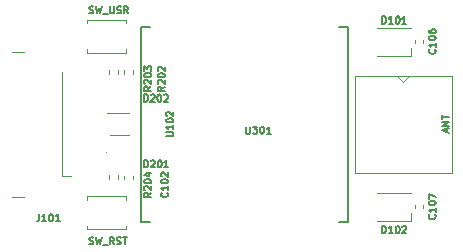
<source format=gbr>
%TF.GenerationSoftware,KiCad,Pcbnew,(7.0.0)*%
%TF.CreationDate,2023-06-22T14:20:14+03:00*%
%TF.ProjectId,Longle,4c6f6e67-6c65-42e6-9b69-6361645f7063,1.0*%
%TF.SameCoordinates,Original*%
%TF.FileFunction,Legend,Top*%
%TF.FilePolarity,Positive*%
%FSLAX46Y46*%
G04 Gerber Fmt 4.6, Leading zero omitted, Abs format (unit mm)*
G04 Created by KiCad (PCBNEW (7.0.0)) date 2023-06-22 14:20:14*
%MOMM*%
%LPD*%
G01*
G04 APERTURE LIST*
%ADD10C,0.150000*%
%ADD11C,0.100000*%
%ADD12C,0.120000*%
G04 APERTURE END LIST*
D10*
X168760400Y-102349314D02*
X168760400Y-102063600D01*
X168931828Y-102406457D02*
X168331828Y-102206457D01*
X168331828Y-102206457D02*
X168931828Y-102006457D01*
X168931828Y-101806456D02*
X168331828Y-101806456D01*
X168331828Y-101806456D02*
X168931828Y-101463599D01*
X168931828Y-101463599D02*
X168331828Y-101463599D01*
X168331828Y-101263600D02*
X168331828Y-100920743D01*
X168931828Y-101092171D02*
X168331828Y-101092171D01*
X138442685Y-111829457D02*
X138528400Y-111858028D01*
X138528400Y-111858028D02*
X138671257Y-111858028D01*
X138671257Y-111858028D02*
X138728400Y-111829457D01*
X138728400Y-111829457D02*
X138756971Y-111800885D01*
X138756971Y-111800885D02*
X138785542Y-111743742D01*
X138785542Y-111743742D02*
X138785542Y-111686600D01*
X138785542Y-111686600D02*
X138756971Y-111629457D01*
X138756971Y-111629457D02*
X138728400Y-111600885D01*
X138728400Y-111600885D02*
X138671257Y-111572314D01*
X138671257Y-111572314D02*
X138556971Y-111543742D01*
X138556971Y-111543742D02*
X138499828Y-111515171D01*
X138499828Y-111515171D02*
X138471257Y-111486600D01*
X138471257Y-111486600D02*
X138442685Y-111429457D01*
X138442685Y-111429457D02*
X138442685Y-111372314D01*
X138442685Y-111372314D02*
X138471257Y-111315171D01*
X138471257Y-111315171D02*
X138499828Y-111286600D01*
X138499828Y-111286600D02*
X138556971Y-111258028D01*
X138556971Y-111258028D02*
X138699828Y-111258028D01*
X138699828Y-111258028D02*
X138785542Y-111286600D01*
X138985543Y-111258028D02*
X139128400Y-111858028D01*
X139128400Y-111858028D02*
X139242686Y-111429457D01*
X139242686Y-111429457D02*
X139356971Y-111858028D01*
X139356971Y-111858028D02*
X139499829Y-111258028D01*
X139585543Y-111915171D02*
X140042685Y-111915171D01*
X140528400Y-111858028D02*
X140328400Y-111572314D01*
X140185543Y-111858028D02*
X140185543Y-111258028D01*
X140185543Y-111258028D02*
X140414114Y-111258028D01*
X140414114Y-111258028D02*
X140471257Y-111286600D01*
X140471257Y-111286600D02*
X140499828Y-111315171D01*
X140499828Y-111315171D02*
X140528400Y-111372314D01*
X140528400Y-111372314D02*
X140528400Y-111458028D01*
X140528400Y-111458028D02*
X140499828Y-111515171D01*
X140499828Y-111515171D02*
X140471257Y-111543742D01*
X140471257Y-111543742D02*
X140414114Y-111572314D01*
X140414114Y-111572314D02*
X140185543Y-111572314D01*
X140756971Y-111829457D02*
X140842686Y-111858028D01*
X140842686Y-111858028D02*
X140985543Y-111858028D01*
X140985543Y-111858028D02*
X141042686Y-111829457D01*
X141042686Y-111829457D02*
X141071257Y-111800885D01*
X141071257Y-111800885D02*
X141099828Y-111743742D01*
X141099828Y-111743742D02*
X141099828Y-111686600D01*
X141099828Y-111686600D02*
X141071257Y-111629457D01*
X141071257Y-111629457D02*
X141042686Y-111600885D01*
X141042686Y-111600885D02*
X140985543Y-111572314D01*
X140985543Y-111572314D02*
X140871257Y-111543742D01*
X140871257Y-111543742D02*
X140814114Y-111515171D01*
X140814114Y-111515171D02*
X140785543Y-111486600D01*
X140785543Y-111486600D02*
X140756971Y-111429457D01*
X140756971Y-111429457D02*
X140756971Y-111372314D01*
X140756971Y-111372314D02*
X140785543Y-111315171D01*
X140785543Y-111315171D02*
X140814114Y-111286600D01*
X140814114Y-111286600D02*
X140871257Y-111258028D01*
X140871257Y-111258028D02*
X141014114Y-111258028D01*
X141014114Y-111258028D02*
X141099828Y-111286600D01*
X141271257Y-111258028D02*
X141614115Y-111258028D01*
X141442686Y-111858028D02*
X141442686Y-111258028D01*
X138442685Y-92271457D02*
X138528400Y-92300028D01*
X138528400Y-92300028D02*
X138671257Y-92300028D01*
X138671257Y-92300028D02*
X138728400Y-92271457D01*
X138728400Y-92271457D02*
X138756971Y-92242885D01*
X138756971Y-92242885D02*
X138785542Y-92185742D01*
X138785542Y-92185742D02*
X138785542Y-92128600D01*
X138785542Y-92128600D02*
X138756971Y-92071457D01*
X138756971Y-92071457D02*
X138728400Y-92042885D01*
X138728400Y-92042885D02*
X138671257Y-92014314D01*
X138671257Y-92014314D02*
X138556971Y-91985742D01*
X138556971Y-91985742D02*
X138499828Y-91957171D01*
X138499828Y-91957171D02*
X138471257Y-91928600D01*
X138471257Y-91928600D02*
X138442685Y-91871457D01*
X138442685Y-91871457D02*
X138442685Y-91814314D01*
X138442685Y-91814314D02*
X138471257Y-91757171D01*
X138471257Y-91757171D02*
X138499828Y-91728600D01*
X138499828Y-91728600D02*
X138556971Y-91700028D01*
X138556971Y-91700028D02*
X138699828Y-91700028D01*
X138699828Y-91700028D02*
X138785542Y-91728600D01*
X138985543Y-91700028D02*
X139128400Y-92300028D01*
X139128400Y-92300028D02*
X139242686Y-91871457D01*
X139242686Y-91871457D02*
X139356971Y-92300028D01*
X139356971Y-92300028D02*
X139499829Y-91700028D01*
X139585543Y-92357171D02*
X140042685Y-92357171D01*
X140185543Y-91700028D02*
X140185543Y-92185742D01*
X140185543Y-92185742D02*
X140214114Y-92242885D01*
X140214114Y-92242885D02*
X140242686Y-92271457D01*
X140242686Y-92271457D02*
X140299828Y-92300028D01*
X140299828Y-92300028D02*
X140414114Y-92300028D01*
X140414114Y-92300028D02*
X140471257Y-92271457D01*
X140471257Y-92271457D02*
X140499828Y-92242885D01*
X140499828Y-92242885D02*
X140528400Y-92185742D01*
X140528400Y-92185742D02*
X140528400Y-91700028D01*
X140785542Y-92271457D02*
X140871257Y-92300028D01*
X140871257Y-92300028D02*
X141014114Y-92300028D01*
X141014114Y-92300028D02*
X141071257Y-92271457D01*
X141071257Y-92271457D02*
X141099828Y-92242885D01*
X141099828Y-92242885D02*
X141128399Y-92185742D01*
X141128399Y-92185742D02*
X141128399Y-92128600D01*
X141128399Y-92128600D02*
X141099828Y-92071457D01*
X141099828Y-92071457D02*
X141071257Y-92042885D01*
X141071257Y-92042885D02*
X141014114Y-92014314D01*
X141014114Y-92014314D02*
X140899828Y-91985742D01*
X140899828Y-91985742D02*
X140842685Y-91957171D01*
X140842685Y-91957171D02*
X140814114Y-91928600D01*
X140814114Y-91928600D02*
X140785542Y-91871457D01*
X140785542Y-91871457D02*
X140785542Y-91814314D01*
X140785542Y-91814314D02*
X140814114Y-91757171D01*
X140814114Y-91757171D02*
X140842685Y-91728600D01*
X140842685Y-91728600D02*
X140899828Y-91700028D01*
X140899828Y-91700028D02*
X141042685Y-91700028D01*
X141042685Y-91700028D02*
X141128399Y-91728600D01*
X141728400Y-92300028D02*
X141528400Y-92014314D01*
X141385543Y-92300028D02*
X141385543Y-91700028D01*
X141385543Y-91700028D02*
X141614114Y-91700028D01*
X141614114Y-91700028D02*
X141671257Y-91728600D01*
X141671257Y-91728600D02*
X141699828Y-91757171D01*
X141699828Y-91757171D02*
X141728400Y-91814314D01*
X141728400Y-91814314D02*
X141728400Y-91900028D01*
X141728400Y-91900028D02*
X141699828Y-91957171D01*
X141699828Y-91957171D02*
X141671257Y-91985742D01*
X141671257Y-91985742D02*
X141614114Y-92014314D01*
X141614114Y-92014314D02*
X141385543Y-92014314D01*
%TO.C,D201*%
X143079914Y-105325628D02*
X143079914Y-104725628D01*
X143079914Y-104725628D02*
X143222771Y-104725628D01*
X143222771Y-104725628D02*
X143308485Y-104754200D01*
X143308485Y-104754200D02*
X143365628Y-104811342D01*
X143365628Y-104811342D02*
X143394199Y-104868485D01*
X143394199Y-104868485D02*
X143422771Y-104982771D01*
X143422771Y-104982771D02*
X143422771Y-105068485D01*
X143422771Y-105068485D02*
X143394199Y-105182771D01*
X143394199Y-105182771D02*
X143365628Y-105239914D01*
X143365628Y-105239914D02*
X143308485Y-105297057D01*
X143308485Y-105297057D02*
X143222771Y-105325628D01*
X143222771Y-105325628D02*
X143079914Y-105325628D01*
X143651342Y-104782771D02*
X143679914Y-104754200D01*
X143679914Y-104754200D02*
X143737057Y-104725628D01*
X143737057Y-104725628D02*
X143879914Y-104725628D01*
X143879914Y-104725628D02*
X143937057Y-104754200D01*
X143937057Y-104754200D02*
X143965628Y-104782771D01*
X143965628Y-104782771D02*
X143994199Y-104839914D01*
X143994199Y-104839914D02*
X143994199Y-104897057D01*
X143994199Y-104897057D02*
X143965628Y-104982771D01*
X143965628Y-104982771D02*
X143622771Y-105325628D01*
X143622771Y-105325628D02*
X143994199Y-105325628D01*
X144365628Y-104725628D02*
X144422771Y-104725628D01*
X144422771Y-104725628D02*
X144479914Y-104754200D01*
X144479914Y-104754200D02*
X144508486Y-104782771D01*
X144508486Y-104782771D02*
X144537057Y-104839914D01*
X144537057Y-104839914D02*
X144565628Y-104954200D01*
X144565628Y-104954200D02*
X144565628Y-105097057D01*
X144565628Y-105097057D02*
X144537057Y-105211342D01*
X144537057Y-105211342D02*
X144508486Y-105268485D01*
X144508486Y-105268485D02*
X144479914Y-105297057D01*
X144479914Y-105297057D02*
X144422771Y-105325628D01*
X144422771Y-105325628D02*
X144365628Y-105325628D01*
X144365628Y-105325628D02*
X144308486Y-105297057D01*
X144308486Y-105297057D02*
X144279914Y-105268485D01*
X144279914Y-105268485D02*
X144251343Y-105211342D01*
X144251343Y-105211342D02*
X144222771Y-105097057D01*
X144222771Y-105097057D02*
X144222771Y-104954200D01*
X144222771Y-104954200D02*
X144251343Y-104839914D01*
X144251343Y-104839914D02*
X144279914Y-104782771D01*
X144279914Y-104782771D02*
X144308486Y-104754200D01*
X144308486Y-104754200D02*
X144365628Y-104725628D01*
X145137057Y-105325628D02*
X144794200Y-105325628D01*
X144965629Y-105325628D02*
X144965629Y-104725628D01*
X144965629Y-104725628D02*
X144908486Y-104811342D01*
X144908486Y-104811342D02*
X144851343Y-104868485D01*
X144851343Y-104868485D02*
X144794200Y-104897057D01*
%TO.C,C102*%
X145044885Y-107478428D02*
X145073457Y-107507000D01*
X145073457Y-107507000D02*
X145102028Y-107592714D01*
X145102028Y-107592714D02*
X145102028Y-107649857D01*
X145102028Y-107649857D02*
X145073457Y-107735571D01*
X145073457Y-107735571D02*
X145016314Y-107792714D01*
X145016314Y-107792714D02*
X144959171Y-107821285D01*
X144959171Y-107821285D02*
X144844885Y-107849857D01*
X144844885Y-107849857D02*
X144759171Y-107849857D01*
X144759171Y-107849857D02*
X144644885Y-107821285D01*
X144644885Y-107821285D02*
X144587742Y-107792714D01*
X144587742Y-107792714D02*
X144530600Y-107735571D01*
X144530600Y-107735571D02*
X144502028Y-107649857D01*
X144502028Y-107649857D02*
X144502028Y-107592714D01*
X144502028Y-107592714D02*
X144530600Y-107507000D01*
X144530600Y-107507000D02*
X144559171Y-107478428D01*
X145102028Y-106907000D02*
X145102028Y-107249857D01*
X145102028Y-107078428D02*
X144502028Y-107078428D01*
X144502028Y-107078428D02*
X144587742Y-107135571D01*
X144587742Y-107135571D02*
X144644885Y-107192714D01*
X144644885Y-107192714D02*
X144673457Y-107249857D01*
X144502028Y-106535571D02*
X144502028Y-106478428D01*
X144502028Y-106478428D02*
X144530600Y-106421285D01*
X144530600Y-106421285D02*
X144559171Y-106392714D01*
X144559171Y-106392714D02*
X144616314Y-106364142D01*
X144616314Y-106364142D02*
X144730600Y-106335571D01*
X144730600Y-106335571D02*
X144873457Y-106335571D01*
X144873457Y-106335571D02*
X144987742Y-106364142D01*
X144987742Y-106364142D02*
X145044885Y-106392714D01*
X145044885Y-106392714D02*
X145073457Y-106421285D01*
X145073457Y-106421285D02*
X145102028Y-106478428D01*
X145102028Y-106478428D02*
X145102028Y-106535571D01*
X145102028Y-106535571D02*
X145073457Y-106592714D01*
X145073457Y-106592714D02*
X145044885Y-106621285D01*
X145044885Y-106621285D02*
X144987742Y-106649856D01*
X144987742Y-106649856D02*
X144873457Y-106678428D01*
X144873457Y-106678428D02*
X144730600Y-106678428D01*
X144730600Y-106678428D02*
X144616314Y-106649856D01*
X144616314Y-106649856D02*
X144559171Y-106621285D01*
X144559171Y-106621285D02*
X144530600Y-106592714D01*
X144530600Y-106592714D02*
X144502028Y-106535571D01*
X144559171Y-106106999D02*
X144530600Y-106078427D01*
X144530600Y-106078427D02*
X144502028Y-106021285D01*
X144502028Y-106021285D02*
X144502028Y-105878427D01*
X144502028Y-105878427D02*
X144530600Y-105821285D01*
X144530600Y-105821285D02*
X144559171Y-105792713D01*
X144559171Y-105792713D02*
X144616314Y-105764142D01*
X144616314Y-105764142D02*
X144673457Y-105764142D01*
X144673457Y-105764142D02*
X144759171Y-105792713D01*
X144759171Y-105792713D02*
X145102028Y-106135570D01*
X145102028Y-106135570D02*
X145102028Y-105764142D01*
%TO.C,C106*%
X167701685Y-95346028D02*
X167730257Y-95374600D01*
X167730257Y-95374600D02*
X167758828Y-95460314D01*
X167758828Y-95460314D02*
X167758828Y-95517457D01*
X167758828Y-95517457D02*
X167730257Y-95603171D01*
X167730257Y-95603171D02*
X167673114Y-95660314D01*
X167673114Y-95660314D02*
X167615971Y-95688885D01*
X167615971Y-95688885D02*
X167501685Y-95717457D01*
X167501685Y-95717457D02*
X167415971Y-95717457D01*
X167415971Y-95717457D02*
X167301685Y-95688885D01*
X167301685Y-95688885D02*
X167244542Y-95660314D01*
X167244542Y-95660314D02*
X167187400Y-95603171D01*
X167187400Y-95603171D02*
X167158828Y-95517457D01*
X167158828Y-95517457D02*
X167158828Y-95460314D01*
X167158828Y-95460314D02*
X167187400Y-95374600D01*
X167187400Y-95374600D02*
X167215971Y-95346028D01*
X167758828Y-94774600D02*
X167758828Y-95117457D01*
X167758828Y-94946028D02*
X167158828Y-94946028D01*
X167158828Y-94946028D02*
X167244542Y-95003171D01*
X167244542Y-95003171D02*
X167301685Y-95060314D01*
X167301685Y-95060314D02*
X167330257Y-95117457D01*
X167158828Y-94403171D02*
X167158828Y-94346028D01*
X167158828Y-94346028D02*
X167187400Y-94288885D01*
X167187400Y-94288885D02*
X167215971Y-94260314D01*
X167215971Y-94260314D02*
X167273114Y-94231742D01*
X167273114Y-94231742D02*
X167387400Y-94203171D01*
X167387400Y-94203171D02*
X167530257Y-94203171D01*
X167530257Y-94203171D02*
X167644542Y-94231742D01*
X167644542Y-94231742D02*
X167701685Y-94260314D01*
X167701685Y-94260314D02*
X167730257Y-94288885D01*
X167730257Y-94288885D02*
X167758828Y-94346028D01*
X167758828Y-94346028D02*
X167758828Y-94403171D01*
X167758828Y-94403171D02*
X167730257Y-94460314D01*
X167730257Y-94460314D02*
X167701685Y-94488885D01*
X167701685Y-94488885D02*
X167644542Y-94517456D01*
X167644542Y-94517456D02*
X167530257Y-94546028D01*
X167530257Y-94546028D02*
X167387400Y-94546028D01*
X167387400Y-94546028D02*
X167273114Y-94517456D01*
X167273114Y-94517456D02*
X167215971Y-94488885D01*
X167215971Y-94488885D02*
X167187400Y-94460314D01*
X167187400Y-94460314D02*
X167158828Y-94403171D01*
X167158828Y-93688885D02*
X167158828Y-93803170D01*
X167158828Y-93803170D02*
X167187400Y-93860313D01*
X167187400Y-93860313D02*
X167215971Y-93888885D01*
X167215971Y-93888885D02*
X167301685Y-93946027D01*
X167301685Y-93946027D02*
X167415971Y-93974599D01*
X167415971Y-93974599D02*
X167644542Y-93974599D01*
X167644542Y-93974599D02*
X167701685Y-93946027D01*
X167701685Y-93946027D02*
X167730257Y-93917456D01*
X167730257Y-93917456D02*
X167758828Y-93860313D01*
X167758828Y-93860313D02*
X167758828Y-93746027D01*
X167758828Y-93746027D02*
X167730257Y-93688885D01*
X167730257Y-93688885D02*
X167701685Y-93660313D01*
X167701685Y-93660313D02*
X167644542Y-93631742D01*
X167644542Y-93631742D02*
X167501685Y-93631742D01*
X167501685Y-93631742D02*
X167444542Y-93660313D01*
X167444542Y-93660313D02*
X167415971Y-93688885D01*
X167415971Y-93688885D02*
X167387400Y-93746027D01*
X167387400Y-93746027D02*
X167387400Y-93860313D01*
X167387400Y-93860313D02*
X167415971Y-93917456D01*
X167415971Y-93917456D02*
X167444542Y-93946027D01*
X167444542Y-93946027D02*
X167501685Y-93974599D01*
%TO.C,J101*%
X134200170Y-109294028D02*
X134200170Y-109722600D01*
X134200170Y-109722600D02*
X134171599Y-109808314D01*
X134171599Y-109808314D02*
X134114456Y-109865457D01*
X134114456Y-109865457D02*
X134028742Y-109894028D01*
X134028742Y-109894028D02*
X133971599Y-109894028D01*
X134800170Y-109894028D02*
X134457313Y-109894028D01*
X134628742Y-109894028D02*
X134628742Y-109294028D01*
X134628742Y-109294028D02*
X134571599Y-109379742D01*
X134571599Y-109379742D02*
X134514456Y-109436885D01*
X134514456Y-109436885D02*
X134457313Y-109465457D01*
X135171599Y-109294028D02*
X135228742Y-109294028D01*
X135228742Y-109294028D02*
X135285885Y-109322600D01*
X135285885Y-109322600D02*
X135314457Y-109351171D01*
X135314457Y-109351171D02*
X135343028Y-109408314D01*
X135343028Y-109408314D02*
X135371599Y-109522600D01*
X135371599Y-109522600D02*
X135371599Y-109665457D01*
X135371599Y-109665457D02*
X135343028Y-109779742D01*
X135343028Y-109779742D02*
X135314457Y-109836885D01*
X135314457Y-109836885D02*
X135285885Y-109865457D01*
X135285885Y-109865457D02*
X135228742Y-109894028D01*
X135228742Y-109894028D02*
X135171599Y-109894028D01*
X135171599Y-109894028D02*
X135114457Y-109865457D01*
X135114457Y-109865457D02*
X135085885Y-109836885D01*
X135085885Y-109836885D02*
X135057314Y-109779742D01*
X135057314Y-109779742D02*
X135028742Y-109665457D01*
X135028742Y-109665457D02*
X135028742Y-109522600D01*
X135028742Y-109522600D02*
X135057314Y-109408314D01*
X135057314Y-109408314D02*
X135085885Y-109351171D01*
X135085885Y-109351171D02*
X135114457Y-109322600D01*
X135114457Y-109322600D02*
X135171599Y-109294028D01*
X135943028Y-109894028D02*
X135600171Y-109894028D01*
X135771600Y-109894028D02*
X135771600Y-109294028D01*
X135771600Y-109294028D02*
X135714457Y-109379742D01*
X135714457Y-109379742D02*
X135657314Y-109436885D01*
X135657314Y-109436885D02*
X135600171Y-109465457D01*
%TO.C,U102*%
X144959228Y-102704771D02*
X145444942Y-102704771D01*
X145444942Y-102704771D02*
X145502085Y-102676200D01*
X145502085Y-102676200D02*
X145530657Y-102647629D01*
X145530657Y-102647629D02*
X145559228Y-102590486D01*
X145559228Y-102590486D02*
X145559228Y-102476200D01*
X145559228Y-102476200D02*
X145530657Y-102419057D01*
X145530657Y-102419057D02*
X145502085Y-102390486D01*
X145502085Y-102390486D02*
X145444942Y-102361914D01*
X145444942Y-102361914D02*
X144959228Y-102361914D01*
X145559228Y-101761915D02*
X145559228Y-102104772D01*
X145559228Y-101933343D02*
X144959228Y-101933343D01*
X144959228Y-101933343D02*
X145044942Y-101990486D01*
X145044942Y-101990486D02*
X145102085Y-102047629D01*
X145102085Y-102047629D02*
X145130657Y-102104772D01*
X144959228Y-101390486D02*
X144959228Y-101333343D01*
X144959228Y-101333343D02*
X144987800Y-101276200D01*
X144987800Y-101276200D02*
X145016371Y-101247629D01*
X145016371Y-101247629D02*
X145073514Y-101219057D01*
X145073514Y-101219057D02*
X145187800Y-101190486D01*
X145187800Y-101190486D02*
X145330657Y-101190486D01*
X145330657Y-101190486D02*
X145444942Y-101219057D01*
X145444942Y-101219057D02*
X145502085Y-101247629D01*
X145502085Y-101247629D02*
X145530657Y-101276200D01*
X145530657Y-101276200D02*
X145559228Y-101333343D01*
X145559228Y-101333343D02*
X145559228Y-101390486D01*
X145559228Y-101390486D02*
X145530657Y-101447629D01*
X145530657Y-101447629D02*
X145502085Y-101476200D01*
X145502085Y-101476200D02*
X145444942Y-101504771D01*
X145444942Y-101504771D02*
X145330657Y-101533343D01*
X145330657Y-101533343D02*
X145187800Y-101533343D01*
X145187800Y-101533343D02*
X145073514Y-101504771D01*
X145073514Y-101504771D02*
X145016371Y-101476200D01*
X145016371Y-101476200D02*
X144987800Y-101447629D01*
X144987800Y-101447629D02*
X144959228Y-101390486D01*
X145016371Y-100961914D02*
X144987800Y-100933342D01*
X144987800Y-100933342D02*
X144959228Y-100876200D01*
X144959228Y-100876200D02*
X144959228Y-100733342D01*
X144959228Y-100733342D02*
X144987800Y-100676200D01*
X144987800Y-100676200D02*
X145016371Y-100647628D01*
X145016371Y-100647628D02*
X145073514Y-100619057D01*
X145073514Y-100619057D02*
X145130657Y-100619057D01*
X145130657Y-100619057D02*
X145216371Y-100647628D01*
X145216371Y-100647628D02*
X145559228Y-100990485D01*
X145559228Y-100990485D02*
X145559228Y-100619057D01*
%TO.C,R203*%
X143679628Y-98486828D02*
X143393914Y-98686828D01*
X143679628Y-98829685D02*
X143079628Y-98829685D01*
X143079628Y-98829685D02*
X143079628Y-98601114D01*
X143079628Y-98601114D02*
X143108200Y-98543971D01*
X143108200Y-98543971D02*
X143136771Y-98515400D01*
X143136771Y-98515400D02*
X143193914Y-98486828D01*
X143193914Y-98486828D02*
X143279628Y-98486828D01*
X143279628Y-98486828D02*
X143336771Y-98515400D01*
X143336771Y-98515400D02*
X143365342Y-98543971D01*
X143365342Y-98543971D02*
X143393914Y-98601114D01*
X143393914Y-98601114D02*
X143393914Y-98829685D01*
X143136771Y-98258257D02*
X143108200Y-98229685D01*
X143108200Y-98229685D02*
X143079628Y-98172543D01*
X143079628Y-98172543D02*
X143079628Y-98029685D01*
X143079628Y-98029685D02*
X143108200Y-97972543D01*
X143108200Y-97972543D02*
X143136771Y-97943971D01*
X143136771Y-97943971D02*
X143193914Y-97915400D01*
X143193914Y-97915400D02*
X143251057Y-97915400D01*
X143251057Y-97915400D02*
X143336771Y-97943971D01*
X143336771Y-97943971D02*
X143679628Y-98286828D01*
X143679628Y-98286828D02*
X143679628Y-97915400D01*
X143079628Y-97543971D02*
X143079628Y-97486828D01*
X143079628Y-97486828D02*
X143108200Y-97429685D01*
X143108200Y-97429685D02*
X143136771Y-97401114D01*
X143136771Y-97401114D02*
X143193914Y-97372542D01*
X143193914Y-97372542D02*
X143308200Y-97343971D01*
X143308200Y-97343971D02*
X143451057Y-97343971D01*
X143451057Y-97343971D02*
X143565342Y-97372542D01*
X143565342Y-97372542D02*
X143622485Y-97401114D01*
X143622485Y-97401114D02*
X143651057Y-97429685D01*
X143651057Y-97429685D02*
X143679628Y-97486828D01*
X143679628Y-97486828D02*
X143679628Y-97543971D01*
X143679628Y-97543971D02*
X143651057Y-97601114D01*
X143651057Y-97601114D02*
X143622485Y-97629685D01*
X143622485Y-97629685D02*
X143565342Y-97658256D01*
X143565342Y-97658256D02*
X143451057Y-97686828D01*
X143451057Y-97686828D02*
X143308200Y-97686828D01*
X143308200Y-97686828D02*
X143193914Y-97658256D01*
X143193914Y-97658256D02*
X143136771Y-97629685D01*
X143136771Y-97629685D02*
X143108200Y-97601114D01*
X143108200Y-97601114D02*
X143079628Y-97543971D01*
X143079628Y-97143970D02*
X143079628Y-96772542D01*
X143079628Y-96772542D02*
X143308200Y-96972542D01*
X143308200Y-96972542D02*
X143308200Y-96886827D01*
X143308200Y-96886827D02*
X143336771Y-96829685D01*
X143336771Y-96829685D02*
X143365342Y-96801113D01*
X143365342Y-96801113D02*
X143422485Y-96772542D01*
X143422485Y-96772542D02*
X143565342Y-96772542D01*
X143565342Y-96772542D02*
X143622485Y-96801113D01*
X143622485Y-96801113D02*
X143651057Y-96829685D01*
X143651057Y-96829685D02*
X143679628Y-96886827D01*
X143679628Y-96886827D02*
X143679628Y-97058256D01*
X143679628Y-97058256D02*
X143651057Y-97115399D01*
X143651057Y-97115399D02*
X143622485Y-97143970D01*
%TO.C,R202*%
X144822628Y-98512228D02*
X144536914Y-98712228D01*
X144822628Y-98855085D02*
X144222628Y-98855085D01*
X144222628Y-98855085D02*
X144222628Y-98626514D01*
X144222628Y-98626514D02*
X144251200Y-98569371D01*
X144251200Y-98569371D02*
X144279771Y-98540800D01*
X144279771Y-98540800D02*
X144336914Y-98512228D01*
X144336914Y-98512228D02*
X144422628Y-98512228D01*
X144422628Y-98512228D02*
X144479771Y-98540800D01*
X144479771Y-98540800D02*
X144508342Y-98569371D01*
X144508342Y-98569371D02*
X144536914Y-98626514D01*
X144536914Y-98626514D02*
X144536914Y-98855085D01*
X144279771Y-98283657D02*
X144251200Y-98255085D01*
X144251200Y-98255085D02*
X144222628Y-98197943D01*
X144222628Y-98197943D02*
X144222628Y-98055085D01*
X144222628Y-98055085D02*
X144251200Y-97997943D01*
X144251200Y-97997943D02*
X144279771Y-97969371D01*
X144279771Y-97969371D02*
X144336914Y-97940800D01*
X144336914Y-97940800D02*
X144394057Y-97940800D01*
X144394057Y-97940800D02*
X144479771Y-97969371D01*
X144479771Y-97969371D02*
X144822628Y-98312228D01*
X144822628Y-98312228D02*
X144822628Y-97940800D01*
X144222628Y-97569371D02*
X144222628Y-97512228D01*
X144222628Y-97512228D02*
X144251200Y-97455085D01*
X144251200Y-97455085D02*
X144279771Y-97426514D01*
X144279771Y-97426514D02*
X144336914Y-97397942D01*
X144336914Y-97397942D02*
X144451200Y-97369371D01*
X144451200Y-97369371D02*
X144594057Y-97369371D01*
X144594057Y-97369371D02*
X144708342Y-97397942D01*
X144708342Y-97397942D02*
X144765485Y-97426514D01*
X144765485Y-97426514D02*
X144794057Y-97455085D01*
X144794057Y-97455085D02*
X144822628Y-97512228D01*
X144822628Y-97512228D02*
X144822628Y-97569371D01*
X144822628Y-97569371D02*
X144794057Y-97626514D01*
X144794057Y-97626514D02*
X144765485Y-97655085D01*
X144765485Y-97655085D02*
X144708342Y-97683656D01*
X144708342Y-97683656D02*
X144594057Y-97712228D01*
X144594057Y-97712228D02*
X144451200Y-97712228D01*
X144451200Y-97712228D02*
X144336914Y-97683656D01*
X144336914Y-97683656D02*
X144279771Y-97655085D01*
X144279771Y-97655085D02*
X144251200Y-97626514D01*
X144251200Y-97626514D02*
X144222628Y-97569371D01*
X144279771Y-97140799D02*
X144251200Y-97112227D01*
X144251200Y-97112227D02*
X144222628Y-97055085D01*
X144222628Y-97055085D02*
X144222628Y-96912227D01*
X144222628Y-96912227D02*
X144251200Y-96855085D01*
X144251200Y-96855085D02*
X144279771Y-96826513D01*
X144279771Y-96826513D02*
X144336914Y-96797942D01*
X144336914Y-96797942D02*
X144394057Y-96797942D01*
X144394057Y-96797942D02*
X144479771Y-96826513D01*
X144479771Y-96826513D02*
X144822628Y-97169370D01*
X144822628Y-97169370D02*
X144822628Y-96797942D01*
%TO.C,R204*%
X143679628Y-107478428D02*
X143393914Y-107678428D01*
X143679628Y-107821285D02*
X143079628Y-107821285D01*
X143079628Y-107821285D02*
X143079628Y-107592714D01*
X143079628Y-107592714D02*
X143108200Y-107535571D01*
X143108200Y-107535571D02*
X143136771Y-107507000D01*
X143136771Y-107507000D02*
X143193914Y-107478428D01*
X143193914Y-107478428D02*
X143279628Y-107478428D01*
X143279628Y-107478428D02*
X143336771Y-107507000D01*
X143336771Y-107507000D02*
X143365342Y-107535571D01*
X143365342Y-107535571D02*
X143393914Y-107592714D01*
X143393914Y-107592714D02*
X143393914Y-107821285D01*
X143136771Y-107249857D02*
X143108200Y-107221285D01*
X143108200Y-107221285D02*
X143079628Y-107164143D01*
X143079628Y-107164143D02*
X143079628Y-107021285D01*
X143079628Y-107021285D02*
X143108200Y-106964143D01*
X143108200Y-106964143D02*
X143136771Y-106935571D01*
X143136771Y-106935571D02*
X143193914Y-106907000D01*
X143193914Y-106907000D02*
X143251057Y-106907000D01*
X143251057Y-106907000D02*
X143336771Y-106935571D01*
X143336771Y-106935571D02*
X143679628Y-107278428D01*
X143679628Y-107278428D02*
X143679628Y-106907000D01*
X143079628Y-106535571D02*
X143079628Y-106478428D01*
X143079628Y-106478428D02*
X143108200Y-106421285D01*
X143108200Y-106421285D02*
X143136771Y-106392714D01*
X143136771Y-106392714D02*
X143193914Y-106364142D01*
X143193914Y-106364142D02*
X143308200Y-106335571D01*
X143308200Y-106335571D02*
X143451057Y-106335571D01*
X143451057Y-106335571D02*
X143565342Y-106364142D01*
X143565342Y-106364142D02*
X143622485Y-106392714D01*
X143622485Y-106392714D02*
X143651057Y-106421285D01*
X143651057Y-106421285D02*
X143679628Y-106478428D01*
X143679628Y-106478428D02*
X143679628Y-106535571D01*
X143679628Y-106535571D02*
X143651057Y-106592714D01*
X143651057Y-106592714D02*
X143622485Y-106621285D01*
X143622485Y-106621285D02*
X143565342Y-106649856D01*
X143565342Y-106649856D02*
X143451057Y-106678428D01*
X143451057Y-106678428D02*
X143308200Y-106678428D01*
X143308200Y-106678428D02*
X143193914Y-106649856D01*
X143193914Y-106649856D02*
X143136771Y-106621285D01*
X143136771Y-106621285D02*
X143108200Y-106592714D01*
X143108200Y-106592714D02*
X143079628Y-106535571D01*
X143279628Y-105821285D02*
X143679628Y-105821285D01*
X143051057Y-105964142D02*
X143479628Y-106106999D01*
X143479628Y-106106999D02*
X143479628Y-105735570D01*
%TO.C,D102*%
X163222114Y-110907028D02*
X163222114Y-110307028D01*
X163222114Y-110307028D02*
X163364971Y-110307028D01*
X163364971Y-110307028D02*
X163450685Y-110335600D01*
X163450685Y-110335600D02*
X163507828Y-110392742D01*
X163507828Y-110392742D02*
X163536399Y-110449885D01*
X163536399Y-110449885D02*
X163564971Y-110564171D01*
X163564971Y-110564171D02*
X163564971Y-110649885D01*
X163564971Y-110649885D02*
X163536399Y-110764171D01*
X163536399Y-110764171D02*
X163507828Y-110821314D01*
X163507828Y-110821314D02*
X163450685Y-110878457D01*
X163450685Y-110878457D02*
X163364971Y-110907028D01*
X163364971Y-110907028D02*
X163222114Y-110907028D01*
X164136399Y-110907028D02*
X163793542Y-110907028D01*
X163964971Y-110907028D02*
X163964971Y-110307028D01*
X163964971Y-110307028D02*
X163907828Y-110392742D01*
X163907828Y-110392742D02*
X163850685Y-110449885D01*
X163850685Y-110449885D02*
X163793542Y-110478457D01*
X164507828Y-110307028D02*
X164564971Y-110307028D01*
X164564971Y-110307028D02*
X164622114Y-110335600D01*
X164622114Y-110335600D02*
X164650686Y-110364171D01*
X164650686Y-110364171D02*
X164679257Y-110421314D01*
X164679257Y-110421314D02*
X164707828Y-110535600D01*
X164707828Y-110535600D02*
X164707828Y-110678457D01*
X164707828Y-110678457D02*
X164679257Y-110792742D01*
X164679257Y-110792742D02*
X164650686Y-110849885D01*
X164650686Y-110849885D02*
X164622114Y-110878457D01*
X164622114Y-110878457D02*
X164564971Y-110907028D01*
X164564971Y-110907028D02*
X164507828Y-110907028D01*
X164507828Y-110907028D02*
X164450686Y-110878457D01*
X164450686Y-110878457D02*
X164422114Y-110849885D01*
X164422114Y-110849885D02*
X164393543Y-110792742D01*
X164393543Y-110792742D02*
X164364971Y-110678457D01*
X164364971Y-110678457D02*
X164364971Y-110535600D01*
X164364971Y-110535600D02*
X164393543Y-110421314D01*
X164393543Y-110421314D02*
X164422114Y-110364171D01*
X164422114Y-110364171D02*
X164450686Y-110335600D01*
X164450686Y-110335600D02*
X164507828Y-110307028D01*
X164936400Y-110364171D02*
X164964972Y-110335600D01*
X164964972Y-110335600D02*
X165022115Y-110307028D01*
X165022115Y-110307028D02*
X165164972Y-110307028D01*
X165164972Y-110307028D02*
X165222115Y-110335600D01*
X165222115Y-110335600D02*
X165250686Y-110364171D01*
X165250686Y-110364171D02*
X165279257Y-110421314D01*
X165279257Y-110421314D02*
X165279257Y-110478457D01*
X165279257Y-110478457D02*
X165250686Y-110564171D01*
X165250686Y-110564171D02*
X164907829Y-110907028D01*
X164907829Y-110907028D02*
X165279257Y-110907028D01*
%TO.C,D101*%
X163222114Y-93159028D02*
X163222114Y-92559028D01*
X163222114Y-92559028D02*
X163364971Y-92559028D01*
X163364971Y-92559028D02*
X163450685Y-92587600D01*
X163450685Y-92587600D02*
X163507828Y-92644742D01*
X163507828Y-92644742D02*
X163536399Y-92701885D01*
X163536399Y-92701885D02*
X163564971Y-92816171D01*
X163564971Y-92816171D02*
X163564971Y-92901885D01*
X163564971Y-92901885D02*
X163536399Y-93016171D01*
X163536399Y-93016171D02*
X163507828Y-93073314D01*
X163507828Y-93073314D02*
X163450685Y-93130457D01*
X163450685Y-93130457D02*
X163364971Y-93159028D01*
X163364971Y-93159028D02*
X163222114Y-93159028D01*
X164136399Y-93159028D02*
X163793542Y-93159028D01*
X163964971Y-93159028D02*
X163964971Y-92559028D01*
X163964971Y-92559028D02*
X163907828Y-92644742D01*
X163907828Y-92644742D02*
X163850685Y-92701885D01*
X163850685Y-92701885D02*
X163793542Y-92730457D01*
X164507828Y-92559028D02*
X164564971Y-92559028D01*
X164564971Y-92559028D02*
X164622114Y-92587600D01*
X164622114Y-92587600D02*
X164650686Y-92616171D01*
X164650686Y-92616171D02*
X164679257Y-92673314D01*
X164679257Y-92673314D02*
X164707828Y-92787600D01*
X164707828Y-92787600D02*
X164707828Y-92930457D01*
X164707828Y-92930457D02*
X164679257Y-93044742D01*
X164679257Y-93044742D02*
X164650686Y-93101885D01*
X164650686Y-93101885D02*
X164622114Y-93130457D01*
X164622114Y-93130457D02*
X164564971Y-93159028D01*
X164564971Y-93159028D02*
X164507828Y-93159028D01*
X164507828Y-93159028D02*
X164450686Y-93130457D01*
X164450686Y-93130457D02*
X164422114Y-93101885D01*
X164422114Y-93101885D02*
X164393543Y-93044742D01*
X164393543Y-93044742D02*
X164364971Y-92930457D01*
X164364971Y-92930457D02*
X164364971Y-92787600D01*
X164364971Y-92787600D02*
X164393543Y-92673314D01*
X164393543Y-92673314D02*
X164422114Y-92616171D01*
X164422114Y-92616171D02*
X164450686Y-92587600D01*
X164450686Y-92587600D02*
X164507828Y-92559028D01*
X165279257Y-93159028D02*
X164936400Y-93159028D01*
X165107829Y-93159028D02*
X165107829Y-92559028D01*
X165107829Y-92559028D02*
X165050686Y-92644742D01*
X165050686Y-92644742D02*
X164993543Y-92701885D01*
X164993543Y-92701885D02*
X164936400Y-92730457D01*
%TO.C,U301*%
X151710228Y-101878228D02*
X151710228Y-102363942D01*
X151710228Y-102363942D02*
X151738799Y-102421085D01*
X151738799Y-102421085D02*
X151767371Y-102449657D01*
X151767371Y-102449657D02*
X151824513Y-102478228D01*
X151824513Y-102478228D02*
X151938799Y-102478228D01*
X151938799Y-102478228D02*
X151995942Y-102449657D01*
X151995942Y-102449657D02*
X152024513Y-102421085D01*
X152024513Y-102421085D02*
X152053085Y-102363942D01*
X152053085Y-102363942D02*
X152053085Y-101878228D01*
X152281656Y-101878228D02*
X152653084Y-101878228D01*
X152653084Y-101878228D02*
X152453084Y-102106800D01*
X152453084Y-102106800D02*
X152538799Y-102106800D01*
X152538799Y-102106800D02*
X152595942Y-102135371D01*
X152595942Y-102135371D02*
X152624513Y-102163942D01*
X152624513Y-102163942D02*
X152653084Y-102221085D01*
X152653084Y-102221085D02*
X152653084Y-102363942D01*
X152653084Y-102363942D02*
X152624513Y-102421085D01*
X152624513Y-102421085D02*
X152595942Y-102449657D01*
X152595942Y-102449657D02*
X152538799Y-102478228D01*
X152538799Y-102478228D02*
X152367370Y-102478228D01*
X152367370Y-102478228D02*
X152310227Y-102449657D01*
X152310227Y-102449657D02*
X152281656Y-102421085D01*
X153024513Y-101878228D02*
X153081656Y-101878228D01*
X153081656Y-101878228D02*
X153138799Y-101906800D01*
X153138799Y-101906800D02*
X153167371Y-101935371D01*
X153167371Y-101935371D02*
X153195942Y-101992514D01*
X153195942Y-101992514D02*
X153224513Y-102106800D01*
X153224513Y-102106800D02*
X153224513Y-102249657D01*
X153224513Y-102249657D02*
X153195942Y-102363942D01*
X153195942Y-102363942D02*
X153167371Y-102421085D01*
X153167371Y-102421085D02*
X153138799Y-102449657D01*
X153138799Y-102449657D02*
X153081656Y-102478228D01*
X153081656Y-102478228D02*
X153024513Y-102478228D01*
X153024513Y-102478228D02*
X152967371Y-102449657D01*
X152967371Y-102449657D02*
X152938799Y-102421085D01*
X152938799Y-102421085D02*
X152910228Y-102363942D01*
X152910228Y-102363942D02*
X152881656Y-102249657D01*
X152881656Y-102249657D02*
X152881656Y-102106800D01*
X152881656Y-102106800D02*
X152910228Y-101992514D01*
X152910228Y-101992514D02*
X152938799Y-101935371D01*
X152938799Y-101935371D02*
X152967371Y-101906800D01*
X152967371Y-101906800D02*
X153024513Y-101878228D01*
X153795942Y-102478228D02*
X153453085Y-102478228D01*
X153624514Y-102478228D02*
X153624514Y-101878228D01*
X153624514Y-101878228D02*
X153567371Y-101963942D01*
X153567371Y-101963942D02*
X153510228Y-102021085D01*
X153510228Y-102021085D02*
X153453085Y-102049657D01*
%TO.C,D202*%
X143054514Y-99763028D02*
X143054514Y-99163028D01*
X143054514Y-99163028D02*
X143197371Y-99163028D01*
X143197371Y-99163028D02*
X143283085Y-99191600D01*
X143283085Y-99191600D02*
X143340228Y-99248742D01*
X143340228Y-99248742D02*
X143368799Y-99305885D01*
X143368799Y-99305885D02*
X143397371Y-99420171D01*
X143397371Y-99420171D02*
X143397371Y-99505885D01*
X143397371Y-99505885D02*
X143368799Y-99620171D01*
X143368799Y-99620171D02*
X143340228Y-99677314D01*
X143340228Y-99677314D02*
X143283085Y-99734457D01*
X143283085Y-99734457D02*
X143197371Y-99763028D01*
X143197371Y-99763028D02*
X143054514Y-99763028D01*
X143625942Y-99220171D02*
X143654514Y-99191600D01*
X143654514Y-99191600D02*
X143711657Y-99163028D01*
X143711657Y-99163028D02*
X143854514Y-99163028D01*
X143854514Y-99163028D02*
X143911657Y-99191600D01*
X143911657Y-99191600D02*
X143940228Y-99220171D01*
X143940228Y-99220171D02*
X143968799Y-99277314D01*
X143968799Y-99277314D02*
X143968799Y-99334457D01*
X143968799Y-99334457D02*
X143940228Y-99420171D01*
X143940228Y-99420171D02*
X143597371Y-99763028D01*
X143597371Y-99763028D02*
X143968799Y-99763028D01*
X144340228Y-99163028D02*
X144397371Y-99163028D01*
X144397371Y-99163028D02*
X144454514Y-99191600D01*
X144454514Y-99191600D02*
X144483086Y-99220171D01*
X144483086Y-99220171D02*
X144511657Y-99277314D01*
X144511657Y-99277314D02*
X144540228Y-99391600D01*
X144540228Y-99391600D02*
X144540228Y-99534457D01*
X144540228Y-99534457D02*
X144511657Y-99648742D01*
X144511657Y-99648742D02*
X144483086Y-99705885D01*
X144483086Y-99705885D02*
X144454514Y-99734457D01*
X144454514Y-99734457D02*
X144397371Y-99763028D01*
X144397371Y-99763028D02*
X144340228Y-99763028D01*
X144340228Y-99763028D02*
X144283086Y-99734457D01*
X144283086Y-99734457D02*
X144254514Y-99705885D01*
X144254514Y-99705885D02*
X144225943Y-99648742D01*
X144225943Y-99648742D02*
X144197371Y-99534457D01*
X144197371Y-99534457D02*
X144197371Y-99391600D01*
X144197371Y-99391600D02*
X144225943Y-99277314D01*
X144225943Y-99277314D02*
X144254514Y-99220171D01*
X144254514Y-99220171D02*
X144283086Y-99191600D01*
X144283086Y-99191600D02*
X144340228Y-99163028D01*
X144768800Y-99220171D02*
X144797372Y-99191600D01*
X144797372Y-99191600D02*
X144854515Y-99163028D01*
X144854515Y-99163028D02*
X144997372Y-99163028D01*
X144997372Y-99163028D02*
X145054515Y-99191600D01*
X145054515Y-99191600D02*
X145083086Y-99220171D01*
X145083086Y-99220171D02*
X145111657Y-99277314D01*
X145111657Y-99277314D02*
X145111657Y-99334457D01*
X145111657Y-99334457D02*
X145083086Y-99420171D01*
X145083086Y-99420171D02*
X144740229Y-99763028D01*
X144740229Y-99763028D02*
X145111657Y-99763028D01*
%TO.C,C107*%
X167701685Y-109322028D02*
X167730257Y-109350600D01*
X167730257Y-109350600D02*
X167758828Y-109436314D01*
X167758828Y-109436314D02*
X167758828Y-109493457D01*
X167758828Y-109493457D02*
X167730257Y-109579171D01*
X167730257Y-109579171D02*
X167673114Y-109636314D01*
X167673114Y-109636314D02*
X167615971Y-109664885D01*
X167615971Y-109664885D02*
X167501685Y-109693457D01*
X167501685Y-109693457D02*
X167415971Y-109693457D01*
X167415971Y-109693457D02*
X167301685Y-109664885D01*
X167301685Y-109664885D02*
X167244542Y-109636314D01*
X167244542Y-109636314D02*
X167187400Y-109579171D01*
X167187400Y-109579171D02*
X167158828Y-109493457D01*
X167158828Y-109493457D02*
X167158828Y-109436314D01*
X167158828Y-109436314D02*
X167187400Y-109350600D01*
X167187400Y-109350600D02*
X167215971Y-109322028D01*
X167758828Y-108750600D02*
X167758828Y-109093457D01*
X167758828Y-108922028D02*
X167158828Y-108922028D01*
X167158828Y-108922028D02*
X167244542Y-108979171D01*
X167244542Y-108979171D02*
X167301685Y-109036314D01*
X167301685Y-109036314D02*
X167330257Y-109093457D01*
X167158828Y-108379171D02*
X167158828Y-108322028D01*
X167158828Y-108322028D02*
X167187400Y-108264885D01*
X167187400Y-108264885D02*
X167215971Y-108236314D01*
X167215971Y-108236314D02*
X167273114Y-108207742D01*
X167273114Y-108207742D02*
X167387400Y-108179171D01*
X167387400Y-108179171D02*
X167530257Y-108179171D01*
X167530257Y-108179171D02*
X167644542Y-108207742D01*
X167644542Y-108207742D02*
X167701685Y-108236314D01*
X167701685Y-108236314D02*
X167730257Y-108264885D01*
X167730257Y-108264885D02*
X167758828Y-108322028D01*
X167758828Y-108322028D02*
X167758828Y-108379171D01*
X167758828Y-108379171D02*
X167730257Y-108436314D01*
X167730257Y-108436314D02*
X167701685Y-108464885D01*
X167701685Y-108464885D02*
X167644542Y-108493456D01*
X167644542Y-108493456D02*
X167530257Y-108522028D01*
X167530257Y-108522028D02*
X167387400Y-108522028D01*
X167387400Y-108522028D02*
X167273114Y-108493456D01*
X167273114Y-108493456D02*
X167215971Y-108464885D01*
X167215971Y-108464885D02*
X167187400Y-108436314D01*
X167187400Y-108436314D02*
X167158828Y-108379171D01*
X167158828Y-107979170D02*
X167158828Y-107579170D01*
X167158828Y-107579170D02*
X167758828Y-107836313D01*
D11*
%TO.C,D201*%
X139892400Y-104114600D02*
G75*
G03*
X139892400Y-104114600I-50000J0D01*
G01*
D12*
%TO.C,C102*%
X141397400Y-106282436D02*
X141397400Y-106066764D01*
X142117400Y-106282436D02*
X142117400Y-106066764D01*
%TO.C,AE301*%
X169128600Y-97573600D02*
X160928600Y-97573600D01*
X169128600Y-97573600D02*
X169128600Y-105773600D01*
X164528600Y-97573600D02*
X165028600Y-98073600D01*
X160928600Y-97573600D02*
X160928600Y-105773600D01*
X165028600Y-98073600D02*
X165528600Y-97573600D01*
X169128600Y-105773600D02*
X160928600Y-105773600D01*
%TO.C,C106*%
X166009400Y-94782436D02*
X166009400Y-94566764D01*
X166729400Y-94782436D02*
X166729400Y-94566764D01*
%TO.C,J101*%
X136091600Y-106073600D02*
X136846600Y-106073600D01*
X136091600Y-106073600D02*
X136091600Y-97273600D01*
X132921600Y-107818600D02*
X131871600Y-107818600D01*
X132921600Y-95528600D02*
X131871600Y-95528600D01*
%TO.C,SW201*%
X138281600Y-107794600D02*
X141581600Y-107794600D01*
X138281600Y-108094600D02*
X138281600Y-107794600D01*
X138281600Y-110294600D02*
X138281600Y-110594600D01*
X138281600Y-110594600D02*
X141581600Y-110594600D01*
X141581600Y-107794600D02*
X141581600Y-108094600D01*
X141581600Y-110594600D02*
X141581600Y-110294600D01*
%TO.C,U102*%
X140225600Y-102573600D02*
X141825600Y-102573600D01*
X141825600Y-100773600D02*
X139925600Y-100773600D01*
%TO.C,R203*%
X140137600Y-97412241D02*
X140137600Y-97104959D01*
X140897600Y-97412241D02*
X140897600Y-97104959D01*
%TO.C,R202*%
X142167600Y-97100959D02*
X142167600Y-97408241D01*
X141407600Y-97100959D02*
X141407600Y-97408241D01*
%TO.C,R204*%
X140107400Y-106300241D02*
X140107400Y-105992959D01*
X140867400Y-106300241D02*
X140867400Y-105992959D01*
%TO.C,D102*%
X165656400Y-109836600D02*
X165656400Y-109186600D01*
X165656400Y-109836600D02*
X162816400Y-109836600D01*
X165656400Y-107536600D02*
X162816400Y-107536600D01*
%TO.C,SW202*%
X141578600Y-95632600D02*
X138278600Y-95632600D01*
X141578600Y-95332600D02*
X141578600Y-95632600D01*
X141578600Y-93132600D02*
X141578600Y-92832600D01*
X141578600Y-92832600D02*
X138278600Y-92832600D01*
X138278600Y-95632600D02*
X138278600Y-95332600D01*
X138278600Y-92832600D02*
X138278600Y-93132600D01*
%TO.C,D101*%
X165656400Y-95866600D02*
X165656400Y-95216600D01*
X165656400Y-95866600D02*
X162816400Y-95866600D01*
X165656400Y-93566600D02*
X162816400Y-93566600D01*
D10*
%TO.C,U301*%
X160331600Y-93423600D02*
X160331600Y-109923600D01*
X159581600Y-93423600D02*
X160331600Y-93423600D01*
X143581600Y-93423600D02*
X142831600Y-93423600D01*
X142831600Y-93423600D02*
X142831600Y-109923600D01*
X160331600Y-109923600D02*
X159581600Y-109923600D01*
X142831600Y-109923600D02*
X143581600Y-109923600D01*
D11*
%TO.C,D202*%
X142165600Y-99288600D02*
G75*
G03*
X142165600Y-99288600I-50000J0D01*
G01*
D12*
%TO.C,C107*%
X166009400Y-108758436D02*
X166009400Y-108542764D01*
X166729400Y-108758436D02*
X166729400Y-108542764D01*
%TD*%
M02*

</source>
